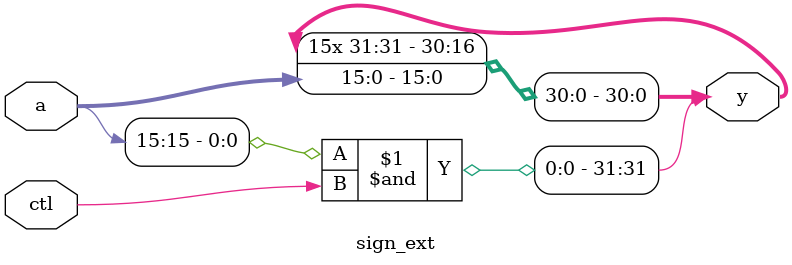
<source format=v>
`timescale 1ns/1ps

module sign_ext #(parameter WIDTH = 32)(a,y,ctl);

input ctl;
input  [15:0] a;
output  [WIDTH-1:0] y;

assign y = {{16{a[15]&ctl}}, a};

endmodule

</source>
